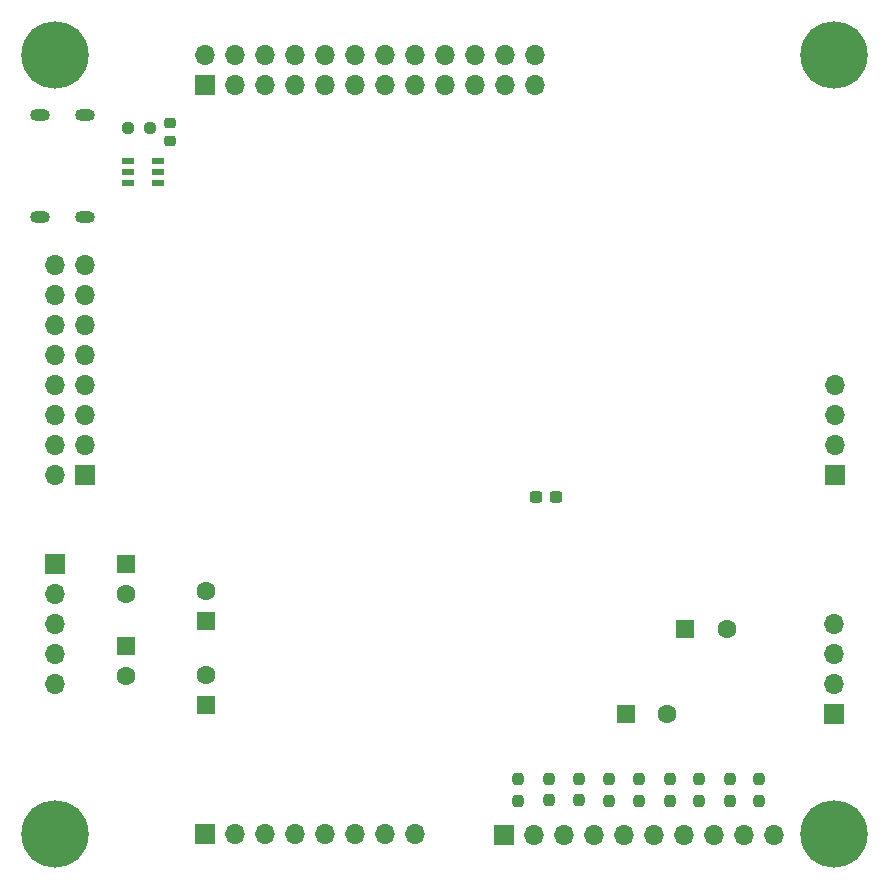
<source format=gbs>
%TF.GenerationSoftware,KiCad,Pcbnew,9.0.0*%
%TF.CreationDate,2025-03-31T15:24:45+09:00*%
%TF.ProjectId,ymz771,796d7a37-3731-42e6-9b69-6361645f7063,rev?*%
%TF.SameCoordinates,Original*%
%TF.FileFunction,Soldermask,Bot*%
%TF.FilePolarity,Negative*%
%FSLAX46Y46*%
G04 Gerber Fmt 4.6, Leading zero omitted, Abs format (unit mm)*
G04 Created by KiCad (PCBNEW 9.0.0) date 2025-03-31 15:24:45*
%MOMM*%
%LPD*%
G01*
G04 APERTURE LIST*
G04 Aperture macros list*
%AMRoundRect*
0 Rectangle with rounded corners*
0 $1 Rounding radius*
0 $2 $3 $4 $5 $6 $7 $8 $9 X,Y pos of 4 corners*
0 Add a 4 corners polygon primitive as box body*
4,1,4,$2,$3,$4,$5,$6,$7,$8,$9,$2,$3,0*
0 Add four circle primitives for the rounded corners*
1,1,$1+$1,$2,$3*
1,1,$1+$1,$4,$5*
1,1,$1+$1,$6,$7*
1,1,$1+$1,$8,$9*
0 Add four rect primitives between the rounded corners*
20,1,$1+$1,$2,$3,$4,$5,0*
20,1,$1+$1,$4,$5,$6,$7,0*
20,1,$1+$1,$6,$7,$8,$9,0*
20,1,$1+$1,$8,$9,$2,$3,0*%
G04 Aperture macros list end*
%ADD10RoundRect,0.237500X0.237500X-0.250000X0.237500X0.250000X-0.237500X0.250000X-0.237500X-0.250000X0*%
%ADD11R,1.600000X1.600000*%
%ADD12C,1.600000*%
%ADD13RoundRect,0.237500X0.300000X0.237500X-0.300000X0.237500X-0.300000X-0.237500X0.300000X-0.237500X0*%
%ADD14R,1.100000X0.600000*%
%ADD15O,1.700000X1.000000*%
%ADD16RoundRect,0.237500X-0.250000X-0.237500X0.250000X-0.237500X0.250000X0.237500X-0.250000X0.237500X0*%
%ADD17RoundRect,0.225000X0.250000X-0.225000X0.250000X0.225000X-0.250000X0.225000X-0.250000X-0.225000X0*%
%ADD18C,5.700000*%
%ADD19R,1.700000X1.700000*%
%ADD20O,1.700000X1.700000*%
G04 APERTURE END LIST*
D10*
%TO.C,R51*%
X149940000Y-141152500D03*
X149940000Y-139327500D03*
%TD*%
%TO.C,R50*%
X147350000Y-141132500D03*
X147350000Y-139307500D03*
%TD*%
%TO.C,R49*%
X144850000Y-141145000D03*
X144850000Y-139320000D03*
%TD*%
%TO.C,R48*%
X142180000Y-141150000D03*
X142180000Y-139325000D03*
%TD*%
%TO.C,R47*%
X160180000Y-141175000D03*
X160180000Y-139350000D03*
%TD*%
%TO.C,R46*%
X157580000Y-141175000D03*
X157580000Y-139350000D03*
%TD*%
%TO.C,R45*%
X155110000Y-141172500D03*
X155110000Y-139347500D03*
%TD*%
%TO.C,R44*%
X152490000Y-141152500D03*
X152490000Y-139327500D03*
%TD*%
%TO.C,R43*%
X162610000Y-141152500D03*
X162610000Y-139327500D03*
%TD*%
D11*
%TO.C,C16*%
X156377349Y-126590000D03*
D12*
X159877349Y-126590000D03*
%TD*%
D11*
%TO.C,C15*%
X151330000Y-133860000D03*
D12*
X154830000Y-133860000D03*
%TD*%
D13*
%TO.C,C14*%
X145465000Y-115420000D03*
X143740000Y-115420000D03*
%TD*%
D14*
%TO.C,IC1*%
X111760000Y-86970000D03*
X111760000Y-87920000D03*
X111760000Y-88870000D03*
X109160000Y-88870000D03*
X109160000Y-87920000D03*
X109160000Y-86970000D03*
%TD*%
D15*
%TO.C,J7*%
X105520000Y-83100000D03*
X101720000Y-83100000D03*
X105520000Y-91740000D03*
X101720000Y-91740000D03*
%TD*%
D16*
%TO.C,R37*%
X111022500Y-84230000D03*
X109197500Y-84230000D03*
%TD*%
D17*
%TO.C,C13*%
X112740000Y-83750000D03*
X112740000Y-85300000D03*
%TD*%
D18*
%TO.C,REF\u002A\u002A*%
X169010000Y-144000000D03*
%TD*%
%TO.C,REF\u002A\u002A*%
X103000000Y-144000000D03*
%TD*%
%TO.C,REF\u002A\u002A*%
X169000000Y-78010000D03*
%TD*%
%TO.C,REF\u002A\u002A*%
X103000000Y-78010000D03*
%TD*%
D19*
%TO.C,J5*%
X169020000Y-113560000D03*
D20*
X169020000Y-111020000D03*
X169020000Y-108480000D03*
X169020000Y-105940000D03*
%TD*%
D11*
%TO.C,C7*%
X108990000Y-121150000D03*
D12*
X108990000Y-123650000D03*
%TD*%
D19*
%TO.C,J4*%
X105540000Y-113600000D03*
D20*
X103000000Y-113600000D03*
X105540000Y-111060000D03*
X103000000Y-111060000D03*
X105540000Y-108520000D03*
X103000000Y-108520000D03*
X105540000Y-105980000D03*
X103000000Y-105980000D03*
X105540000Y-103440000D03*
X103000000Y-103440000D03*
X105540000Y-100900000D03*
X103000000Y-100900000D03*
X105540000Y-98360000D03*
X103000000Y-98360000D03*
X105540000Y-95820000D03*
X103000000Y-95820000D03*
%TD*%
D11*
%TO.C,C10*%
X115790000Y-133040000D03*
D12*
X115790000Y-130540000D03*
%TD*%
D19*
%TO.C,J3*%
X115680000Y-144020000D03*
D20*
X118220000Y-144020000D03*
X120760000Y-144020000D03*
X123300000Y-144020000D03*
X125840000Y-144020000D03*
X128380000Y-144020000D03*
X130920000Y-144020000D03*
X133460000Y-144020000D03*
%TD*%
D11*
%TO.C,C9*%
X109020000Y-128100000D03*
D12*
X109020000Y-130600000D03*
%TD*%
D19*
%TO.C,J6*%
X103020000Y-121150000D03*
D20*
X103020000Y-123690000D03*
X103020000Y-126230000D03*
X103020000Y-128770000D03*
X103020000Y-131310000D03*
%TD*%
D11*
%TO.C,C8*%
X115810000Y-125912379D03*
D12*
X115810000Y-123412379D03*
%TD*%
D19*
%TO.C,J8*%
X141050000Y-144030000D03*
D20*
X143590000Y-144030000D03*
X146130000Y-144030000D03*
X148670000Y-144030000D03*
X151210000Y-144030000D03*
X153750000Y-144030000D03*
X156290000Y-144030000D03*
X158830000Y-144030000D03*
X161370000Y-144030000D03*
X163910000Y-144030000D03*
%TD*%
D19*
%TO.C,J2*%
X115700000Y-80560000D03*
D20*
X115700000Y-78020000D03*
X118240000Y-80560000D03*
X118240000Y-78020000D03*
X120780000Y-80560000D03*
X120780000Y-78020000D03*
X123320000Y-80560000D03*
X123320000Y-78020000D03*
X125860000Y-80560000D03*
X125860000Y-78020000D03*
X128400000Y-80560000D03*
X128400000Y-78020000D03*
X130940000Y-80560000D03*
X130940000Y-78020000D03*
X133480000Y-80560000D03*
X133480000Y-78020000D03*
X136020000Y-80560000D03*
X136020000Y-78020000D03*
X138560000Y-80560000D03*
X138560000Y-78020000D03*
X141100000Y-80560000D03*
X141100000Y-78020000D03*
X143640000Y-80560000D03*
X143640000Y-78020000D03*
%TD*%
D19*
%TO.C,J1*%
X169010000Y-133860000D03*
D20*
X169010000Y-131320000D03*
X169010000Y-128780000D03*
X169010000Y-126240000D03*
%TD*%
M02*

</source>
